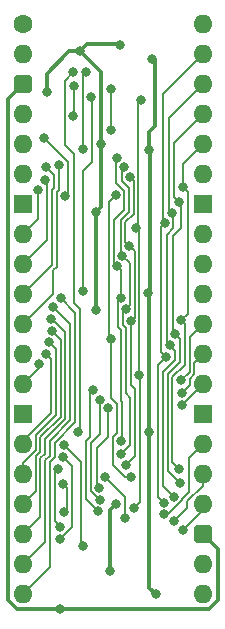
<source format=gbl>
%TF.GenerationSoftware,KiCad,Pcbnew,8.0.7*%
%TF.CreationDate,2025-01-06T11:35:33+02:00*%
%TF.ProjectId,Video Address Reader,56696465-6f20-4416-9464-726573732052,rev?*%
%TF.SameCoordinates,Original*%
%TF.FileFunction,Copper,L2,Bot*%
%TF.FilePolarity,Positive*%
%FSLAX46Y46*%
G04 Gerber Fmt 4.6, Leading zero omitted, Abs format (unit mm)*
G04 Created by KiCad (PCBNEW 8.0.7) date 2025-01-06 11:35:33*
%MOMM*%
%LPD*%
G01*
G04 APERTURE LIST*
G04 Aperture macros list*
%AMRoundRect*
0 Rectangle with rounded corners*
0 $1 Rounding radius*
0 $2 $3 $4 $5 $6 $7 $8 $9 X,Y pos of 4 corners*
0 Add a 4 corners polygon primitive as box body*
4,1,4,$2,$3,$4,$5,$6,$7,$8,$9,$2,$3,0*
0 Add four circle primitives for the rounded corners*
1,1,$1+$1,$2,$3*
1,1,$1+$1,$4,$5*
1,1,$1+$1,$6,$7*
1,1,$1+$1,$8,$9*
0 Add four rect primitives between the rounded corners*
20,1,$1+$1,$2,$3,$4,$5,0*
20,1,$1+$1,$4,$5,$6,$7,0*
20,1,$1+$1,$6,$7,$8,$9,0*
20,1,$1+$1,$8,$9,$2,$3,0*%
G04 Aperture macros list end*
%TA.AperFunction,ComponentPad*%
%ADD10C,1.600000*%
%TD*%
%TA.AperFunction,ComponentPad*%
%ADD11O,1.600000X1.600000*%
%TD*%
%TA.AperFunction,ComponentPad*%
%ADD12RoundRect,0.400000X-0.400000X-0.400000X0.400000X-0.400000X0.400000X0.400000X-0.400000X0.400000X0*%
%TD*%
%TA.AperFunction,ComponentPad*%
%ADD13R,1.600000X1.600000*%
%TD*%
%TA.AperFunction,ViaPad*%
%ADD14C,0.800000*%
%TD*%
%TA.AperFunction,Conductor*%
%ADD15C,0.380000*%
%TD*%
%TA.AperFunction,Conductor*%
%ADD16C,0.200000*%
%TD*%
G04 APERTURE END LIST*
D10*
%TO.P,J1,1,Pin_1*%
%TO.N,/Read Address Bank*%
X0Y0D03*
D11*
%TO.P,J1,2,Pin_2*%
%TO.N,/Read Address High*%
X0Y-2540000D03*
D12*
%TO.P,J1,3,Pin_3*%
%TO.N,/5V*%
X0Y-5080000D03*
D11*
%TO.P,J1,4,Pin_4*%
%TO.N,/Read Address Low*%
X0Y-7620000D03*
%TO.P,J1,5,Pin_5*%
%TO.N,/C20*%
X0Y-10160000D03*
%TO.P,J1,6,Pin_6*%
%TO.N,/Pixel CLK*%
X0Y-12700000D03*
D13*
%TO.P,J1,7,Pin_7*%
%TO.N,/GND*%
X0Y-15240000D03*
D11*
%TO.P,J1,8,Pin_8*%
%TO.N,/C19*%
X0Y-17780000D03*
%TO.P,J1,9,Pin_9*%
%TO.N,/C18*%
X0Y-20320000D03*
%TO.P,J1,10,Pin_10*%
%TO.N,/C17*%
X0Y-22860000D03*
%TO.P,J1,11,Pin_11*%
%TO.N,/C16*%
X0Y-25400000D03*
%TO.P,J1,12,Pin_12*%
%TO.N,/C15*%
X0Y-27940000D03*
%TO.P,J1,13,Pin_13*%
%TO.N,/C14*%
X0Y-30480000D03*
D13*
%TO.P,J1,14,Pin_14*%
%TO.N,/GND*%
X0Y-33020000D03*
D11*
%TO.P,J1,15,Pin_15*%
%TO.N,/C13*%
X0Y-35560000D03*
%TO.P,J1,16,Pin_16*%
%TO.N,/C12*%
X0Y-38100000D03*
%TO.P,J1,17,Pin_17*%
%TO.N,/C11*%
X0Y-40640000D03*
%TO.P,J1,18,Pin_18*%
%TO.N,/C10*%
X0Y-43180000D03*
%TO.P,J1,19,Pin_19*%
%TO.N,/C9*%
X0Y-45720000D03*
%TO.P,J1,20,Pin_20*%
%TO.N,/C8*%
X0Y-48260000D03*
%TO.P,J1,21,Pin_21*%
%TO.N,/C0*%
X15240000Y-48260000D03*
%TO.P,J1,22,Pin_22*%
%TO.N,/C1*%
X15240000Y-45720000D03*
D12*
%TO.P,J1,23,Pin_23*%
%TO.N,/5V*%
X15240000Y-43180000D03*
D11*
%TO.P,J1,24,Pin_24*%
%TO.N,/C2*%
X15240000Y-40640000D03*
%TO.P,J1,25,Pin_25*%
%TO.N,/C3*%
X15240000Y-38100000D03*
%TO.P,J1,26,Pin_26*%
%TO.N,/C4*%
X15240000Y-35560000D03*
D13*
%TO.P,J1,27,Pin_27*%
%TO.N,/GND*%
X15240000Y-33020000D03*
D11*
%TO.P,J1,28,Pin_28*%
%TO.N,/C5*%
X15240000Y-30480000D03*
%TO.P,J1,29,Pin_29*%
%TO.N,/C6*%
X15240000Y-27940000D03*
%TO.P,J1,30,Pin_30*%
%TO.N,/C7*%
X15240000Y-25400000D03*
%TO.P,J1,31,Pin_31*%
%TO.N,/D0*%
X15240000Y-22860000D03*
%TO.P,J1,32,Pin_32*%
%TO.N,/D1*%
X15240000Y-20320000D03*
%TO.P,J1,33,Pin_33*%
%TO.N,/D2*%
X15240000Y-17780000D03*
D13*
%TO.P,J1,34,Pin_34*%
%TO.N,/GND*%
X15240000Y-15240000D03*
D11*
%TO.P,J1,35,Pin_35*%
%TO.N,/D3*%
X15240000Y-12700000D03*
%TO.P,J1,36,Pin_36*%
%TO.N,/D4*%
X15240000Y-10160000D03*
%TO.P,J1,37,Pin_37*%
%TO.N,/D5*%
X15240000Y-7620000D03*
%TO.P,J1,38,Pin_38*%
%TO.N,/D6*%
X15240000Y-5080000D03*
%TO.P,J1,39,Pin_39*%
%TO.N,/D7*%
X15240000Y-2540000D03*
%TO.P,J1,40,Pin_40*%
%TO.N,unconnected-(J1-Pin_40-Pad40)*%
X15240000Y0D03*
%TD*%
D14*
%TO.N,/5V*%
X3129000Y-49530000D03*
%TO.N,/GND*%
X6223000Y-15875000D03*
X6223000Y-24180000D03*
X2032000Y-5715000D03*
X7874000Y-40640000D03*
X8255000Y-1778002D03*
X4826000Y-2286000D03*
X6604000Y-10159994D03*
X7366004Y-46253324D03*
%TO.N,/3.3V*%
X10685000Y-10667994D03*
X11257000Y-48268500D03*
X10685000Y-34544006D03*
X10586000Y-22733000D03*
X10967000Y-2921000D03*
%TO.N,/D0*%
X7996092Y-11290109D03*
X8362338Y-35302881D03*
X8343076Y-23180764D03*
X7995680Y-20490026D03*
%TO.N,/D1*%
X8355645Y-36370236D03*
X8778000Y-24080741D03*
X8607473Y-12081448D03*
X8431327Y-19587119D03*
%TO.N,/D2*%
X9096000Y-12954000D03*
X8763000Y-37338000D03*
X9041651Y-18794964D03*
X9178000Y-25134517D03*
%TO.N,/D3*%
X7896000Y-14417293D03*
X7493000Y-26670000D03*
X9211211Y-38337664D03*
%TO.N,/D4*%
X13228187Y-37638236D03*
X13404761Y-25066511D03*
X13557382Y-13803426D03*
%TO.N,/D5*%
X13270544Y-15057737D03*
X12889000Y-26225321D03*
X13335000Y-38862000D03*
%TO.N,/D6*%
X12671620Y-16016499D03*
X12827000Y-40005000D03*
X12446000Y-27178000D03*
%TO.N,/D7*%
X11953016Y-40490960D03*
X12177354Y-28177009D03*
X12048728Y-16798810D03*
%TO.N,/~{Read Address Low}*%
X4699000Y-34544000D03*
X4275502Y-4064000D03*
%TO.N,/Read Address Low*%
X4380058Y-5207000D03*
X4253000Y-7747000D03*
%TO.N,/Pixel CLK*%
X7445735Y-8921698D03*
X7493000Y-5461000D03*
%TO.N,/PCLK\u00B7RAL*%
X9455414Y-40942422D03*
X9588498Y-17208500D03*
X10047980Y-6394997D03*
X9878000Y-29718000D03*
%TO.N,/~{Read Address High}*%
X5797260Y-6114690D03*
X5080000Y-22606000D03*
%TO.N,/~{Read Address Bank}*%
X5334000Y-4064000D03*
X5080000Y-10541000D03*
%TO.N,/C0*%
X3507519Y-35616858D03*
X5080000Y-44172001D03*
%TO.N,/C1*%
X3175000Y-43561000D03*
X3400000Y-36610894D03*
%TO.N,/C2*%
X13589000Y-42799000D03*
X3018322Y-37638227D03*
X3175000Y-42545000D03*
%TO.N,/C3*%
X3420415Y-38942421D03*
X3471917Y-41316346D03*
X12833589Y-42043160D03*
%TO.N,/C4*%
X6957000Y-38309419D03*
X8636000Y-41824324D03*
X12000624Y-41489829D03*
%TO.N,/C5*%
X13462000Y-32258000D03*
X6486673Y-39233460D03*
X7244000Y-32512000D03*
%TO.N,/C6*%
X13454058Y-31258029D03*
X6516873Y-40253610D03*
X6533581Y-31808218D03*
%TO.N,/C7*%
X6402063Y-41247000D03*
X5996817Y-30964483D03*
X13440001Y-30158688D03*
%TO.N,/C8*%
X3208308Y-23176832D03*
%TO.N,/C9*%
X2600245Y-23972189D03*
%TO.N,/C10*%
X2422623Y-24956290D03*
%TO.N,/C11*%
X2473272Y-25955009D03*
%TO.N,/C12*%
X2233638Y-26925874D03*
%TO.N,/C13*%
X1966430Y-27889515D03*
%TO.N,/C14*%
X1411447Y-28721380D03*
%TO.N,/C16*%
X3048000Y-11938000D03*
%TO.N,/C17*%
X1997335Y-12111969D03*
%TO.N,/C18*%
X1890128Y-13206467D03*
%TO.N,/C19*%
X1294208Y-14009514D03*
%TO.N,/C20*%
X3575502Y-14568865D03*
X1778000Y-9652000D03*
%TD*%
D15*
%TO.N,/5V*%
X-508000Y-49530000D02*
X3129000Y-49530000D01*
X-1268626Y-48769374D02*
X-508000Y-49530000D01*
X-1270000Y-48769374D02*
X-1268626Y-48769374D01*
X-1270000Y-6350000D02*
X-1270000Y-48769374D01*
X0Y-5080000D02*
X-1270000Y-6350000D01*
X15763958Y-49530000D02*
X3129000Y-49530000D01*
X16510000Y-48783958D02*
X15763958Y-49530000D01*
X15240000Y-43180000D02*
X16510000Y-44450000D01*
X16510000Y-44450000D02*
X16510000Y-48783958D01*
D16*
%TO.N,/C5*%
X6257000Y-35907000D02*
X7244000Y-34920000D01*
X7244000Y-34920000D02*
X7244000Y-32512000D01*
X6257000Y-39003787D02*
X6257000Y-35907000D01*
X6486673Y-39233460D02*
X6257000Y-39003787D01*
%TO.N,/D3*%
X8702003Y-38337664D02*
X9211211Y-38337664D01*
X7644000Y-37279661D02*
X8702003Y-38337664D01*
X8001000Y-34601686D02*
X7644000Y-34958686D01*
X7493000Y-31649050D02*
X8001000Y-32157050D01*
X7493000Y-26670000D02*
X7493000Y-31649050D01*
X7644000Y-34958686D02*
X7644000Y-37279661D01*
X8001000Y-32157050D02*
X8001000Y-34601686D01*
%TO.N,/D0*%
X8418344Y-35246875D02*
X8362338Y-35302881D01*
X8418344Y-32008708D02*
X8418344Y-35246875D01*
X8344000Y-31934364D02*
X8418344Y-32008708D01*
X8343076Y-23180764D02*
X8078000Y-23445840D01*
X8344000Y-25856153D02*
X8344000Y-31934364D01*
X8078000Y-25590152D02*
X8344000Y-25856153D01*
X8078000Y-23445840D02*
X8078000Y-25590152D01*
%TO.N,/D1*%
X9132000Y-31611000D02*
X9132000Y-35593881D01*
X8478000Y-25424467D02*
X8778000Y-25724467D01*
X8478000Y-24380741D02*
X8478000Y-25424467D01*
X8778000Y-25724467D02*
X8778000Y-31257000D01*
%TO.N,/D2*%
X9532000Y-36569000D02*
X8763000Y-37338000D01*
X9178000Y-30513075D02*
X9532000Y-30867075D01*
X9532000Y-30867075D02*
X9532000Y-36569000D01*
X9178000Y-25134517D02*
X9178000Y-30513075D01*
%TO.N,/D1*%
X8778000Y-24080741D02*
X8478000Y-24380741D01*
X8778000Y-31257000D02*
X9132000Y-31611000D01*
X9132000Y-35593881D02*
X8355645Y-36370236D01*
%TO.N,/PCLK\u00B7RAL*%
X9932000Y-40465836D02*
X9932000Y-29772000D01*
X9455414Y-40942422D02*
X9932000Y-40465836D01*
X9932000Y-29772000D02*
X9878000Y-29718000D01*
%TO.N,/C2*%
X2700000Y-37956549D02*
X3018322Y-37638227D01*
X3175000Y-42545000D02*
X2700000Y-42070000D01*
X2700000Y-42070000D02*
X2700000Y-37956549D01*
%TO.N,/C8*%
X3208308Y-23204994D02*
X3208308Y-23176832D01*
X2700000Y-35434426D02*
X4426000Y-33708425D01*
X4426000Y-33708425D02*
X4426000Y-24422686D01*
X2700000Y-36678376D02*
X2700000Y-35434426D01*
X2300000Y-37078376D02*
X2700000Y-36678376D01*
X4426000Y-24422686D02*
X3208308Y-23204994D01*
X2300000Y-45960000D02*
X2300000Y-37078376D01*
X0Y-48260000D02*
X2300000Y-45960000D01*
D15*
%TO.N,/GND*%
X6604000Y-10159994D02*
X6604000Y-4064000D01*
X8255000Y-1778002D02*
X8127998Y-1651000D01*
X4826000Y-2286000D02*
X3937000Y-2286000D01*
X6223000Y-15875000D02*
X6223000Y-24180000D01*
X8127998Y-1651000D02*
X5461000Y-1651000D01*
X2032000Y-4191000D02*
X2032000Y-5715000D01*
X3683000Y-2540000D02*
X2032000Y-4191000D01*
X3937000Y-2286000D02*
X3683000Y-2540000D01*
X6223000Y-15875000D02*
X6604000Y-15494000D01*
X7365998Y-41148002D02*
X7365998Y-46253318D01*
X6604000Y-15494000D02*
X6604000Y-10159994D01*
X7874000Y-40640000D02*
X7365998Y-41148002D01*
X6604000Y-4064000D02*
X4826000Y-2286000D01*
X7365998Y-46253318D02*
X7366004Y-46253324D01*
X5461000Y-1651000D02*
X4826000Y-2286000D01*
%TO.N,/3.3V*%
X10685000Y-47521500D02*
X10685000Y-34544006D01*
X10795000Y-22524000D02*
X10795000Y-10777994D01*
X10685000Y-34544006D02*
X10685000Y-22832000D01*
X10685000Y-47696500D02*
X10685000Y-47521500D01*
X11176000Y-8636000D02*
X11176000Y-3130000D01*
X10586000Y-22733000D02*
X10795000Y-22524000D01*
X11176000Y-3130000D02*
X10967000Y-2921000D01*
X10685000Y-9127000D02*
X11176000Y-8636000D01*
X10685000Y-22832000D02*
X10586000Y-22733000D01*
X10795000Y-10777994D02*
X10685000Y-10667994D01*
X11257000Y-48268500D02*
X10685000Y-47696500D01*
X10685000Y-10667994D02*
X10685000Y-9127000D01*
D16*
%TO.N,/D0*%
X7907473Y-11378728D02*
X7907473Y-13400109D01*
X7907473Y-13400109D02*
X8596000Y-14088636D01*
X8596000Y-14088636D02*
X8596000Y-15698679D01*
X8343076Y-20837422D02*
X7995680Y-20490026D01*
X8596000Y-15698679D02*
X7731327Y-16563352D01*
X7731327Y-20225673D02*
X7995680Y-20490026D01*
X7996092Y-11290109D02*
X7907473Y-11378728D01*
X7731327Y-16563352D02*
X7731327Y-20225673D01*
X8343076Y-23180764D02*
X8343076Y-20837422D01*
%TO.N,/D1*%
X8778000Y-24080741D02*
X9078000Y-23780741D01*
X8396000Y-13243950D02*
X8996000Y-13843950D01*
X8996000Y-15864365D02*
X8298000Y-16562365D01*
X8396000Y-12292921D02*
X8396000Y-13243950D01*
X9078000Y-23780741D02*
X9078000Y-20233792D01*
X8996000Y-13843950D02*
X8996000Y-15864365D01*
X9078000Y-20233792D02*
X8431327Y-19587119D01*
X8298000Y-16562365D02*
X8298000Y-19453792D01*
X8298000Y-19453792D02*
X8431327Y-19587119D01*
X8607473Y-12081448D02*
X8396000Y-12292921D01*
%TO.N,/D2*%
X9396000Y-13254000D02*
X9396000Y-16030050D01*
X9396000Y-16030050D02*
X8698000Y-16728050D01*
X9478000Y-19231313D02*
X9041651Y-18794964D01*
X9178000Y-25134517D02*
X9478000Y-24834517D01*
X8698000Y-18451313D02*
X9041651Y-18794964D01*
X8698000Y-16728050D02*
X8698000Y-18451313D01*
X9096000Y-12954000D02*
X9396000Y-13254000D01*
X9478000Y-24834517D02*
X9478000Y-19231313D01*
%TO.N,/D3*%
X7282000Y-26459000D02*
X7282000Y-15031293D01*
X7282000Y-15031293D02*
X7896000Y-14417293D01*
X7493000Y-26670000D02*
X7282000Y-26459000D01*
%TO.N,/D4*%
X13970544Y-14216588D02*
X13970544Y-24500728D01*
X13740000Y-28805000D02*
X12674155Y-29870845D01*
X15240000Y-10160000D02*
X13557382Y-11842618D01*
X13404761Y-25066511D02*
X13740000Y-25401750D01*
X13740000Y-25401750D02*
X13740000Y-28805000D01*
X12674155Y-37084204D02*
X13228187Y-37638236D01*
X13557382Y-11842618D02*
X13557382Y-13803426D01*
X12674155Y-29870845D02*
X12674155Y-37084204D01*
X13970544Y-24500728D02*
X13404761Y-25066511D01*
X13557382Y-13803426D02*
X13970544Y-14216588D01*
%TO.N,/D5*%
X15240000Y-7620000D02*
X12810000Y-10050000D01*
X13371620Y-17235380D02*
X12695546Y-17911454D01*
X13320771Y-28589229D02*
X12274155Y-29635845D01*
X13320771Y-26657092D02*
X13320771Y-28589229D01*
X12695546Y-26031867D02*
X12889000Y-26225321D01*
X12274155Y-37801155D02*
X13335000Y-38862000D01*
X13270544Y-15057737D02*
X13371620Y-15158813D01*
X12810000Y-10050000D02*
X12810000Y-14597193D01*
X12274155Y-29635845D02*
X12274155Y-37801155D01*
X12695546Y-17911454D02*
X12695546Y-26031867D01*
X13371620Y-15158813D02*
X13371620Y-17235380D01*
X12889000Y-26225321D02*
X13320771Y-26657092D01*
X12810000Y-14597193D02*
X13270544Y-15057737D01*
%TO.N,/D6*%
X12920771Y-28423543D02*
X11874156Y-29470158D01*
X12189000Y-26921000D02*
X12446000Y-27178000D01*
X12671620Y-16016499D02*
X12765006Y-16109885D01*
X12920771Y-27652771D02*
X12920771Y-28423543D01*
X12356000Y-15700879D02*
X12671620Y-16016499D01*
X12189000Y-17852314D02*
X12189000Y-26921000D01*
X12446000Y-27178000D02*
X12920771Y-27652771D01*
X12765006Y-17276308D02*
X12189000Y-17852314D01*
X11874156Y-29470158D02*
X11874156Y-39052156D01*
X12356000Y-7964000D02*
X12356000Y-15700879D01*
X12765006Y-16109885D02*
X12765006Y-17276308D01*
X11874156Y-39052156D02*
X12827000Y-40005000D01*
X15240000Y-5080000D02*
X12356000Y-7964000D01*
%TO.N,/D7*%
X11906000Y-5874000D02*
X11906000Y-16656082D01*
X11746000Y-17101538D02*
X11746000Y-27745655D01*
X12048728Y-16798810D02*
X11746000Y-17101538D01*
X11474157Y-28880206D02*
X11474157Y-40012101D01*
X11746000Y-27745655D02*
X12177354Y-28177009D01*
X11474157Y-40012101D02*
X11953016Y-40490960D01*
X11906000Y-16656082D02*
X12048728Y-16798810D01*
X15240000Y-2540000D02*
X11906000Y-5874000D01*
X12177354Y-28177009D02*
X11474157Y-28880206D01*
%TO.N,/~{Read Address Low}*%
X3553000Y-10199498D02*
X4318000Y-10964498D01*
X4826000Y-24130000D02*
X4826000Y-34417000D01*
X4275502Y-4064000D02*
X3553000Y-4786502D01*
X3553000Y-4786502D02*
X3553000Y-10199498D01*
X4826000Y-34417000D02*
X4699000Y-34544000D01*
X4318000Y-10964498D02*
X4318000Y-23622000D01*
X4318000Y-23622000D02*
X4826000Y-24130000D01*
%TO.N,/Read Address Low*%
X4380058Y-7619942D02*
X4380058Y-5207000D01*
X4253000Y-7747000D02*
X4380058Y-7619942D01*
%TO.N,/Pixel CLK*%
X7493000Y-5461000D02*
X7493000Y-8874433D01*
X7493000Y-8874433D02*
X7445735Y-8921698D01*
%TO.N,/PCLK\u00B7RAL*%
X9796000Y-6646977D02*
X9796000Y-17000998D01*
X9878000Y-17498002D02*
X9878000Y-29718000D01*
X10047980Y-6394997D02*
X9796000Y-6646977D01*
X9796000Y-17000998D02*
X9588498Y-17208500D01*
X9588498Y-17208500D02*
X9878000Y-17498002D01*
%TO.N,/~{Read Address High}*%
X5080000Y-12446000D02*
X5842000Y-11684000D01*
X5842000Y-6159430D02*
X5797260Y-6114690D01*
X5842000Y-11684000D02*
X5842000Y-6159430D01*
X5080000Y-22606000D02*
X5080000Y-12446000D01*
%TO.N,/~{Read Address Bank}*%
X5080000Y-4318000D02*
X5080000Y-10541000D01*
X5334000Y-4064000D02*
X5080000Y-4318000D01*
%TO.N,/C0*%
X3507519Y-35616858D02*
X4977001Y-37086340D01*
X4977001Y-44069002D02*
X5080000Y-44172001D01*
X4977001Y-37086340D02*
X4977001Y-44069002D01*
%TO.N,/C1*%
X4172000Y-37382894D02*
X3400000Y-36610894D01*
X3175000Y-43561000D02*
X4172000Y-42564000D01*
X4172000Y-42564000D02*
X4172000Y-37382894D01*
%TO.N,/C2*%
X15240000Y-41148000D02*
X13589000Y-42799000D01*
%TO.N,/C3*%
X3471917Y-41316346D02*
X3745000Y-41043263D01*
X13927000Y-40949749D02*
X12833589Y-42043160D01*
X3745000Y-41043263D02*
X3745000Y-39267006D01*
X15240000Y-38100000D02*
X15240000Y-39084365D01*
X13927000Y-40397365D02*
X13927000Y-40949749D01*
X15240000Y-39084365D02*
X13927000Y-40397365D01*
X3745000Y-39267006D02*
X3420415Y-38942421D01*
%TO.N,/C4*%
X13527000Y-40194000D02*
X13527000Y-40294950D01*
X12332121Y-41489829D02*
X12000624Y-41489829D01*
X14097000Y-36703000D02*
X14097000Y-39624000D01*
X15240000Y-35560000D02*
X14097000Y-36703000D01*
X14097000Y-39624000D02*
X13527000Y-40194000D01*
X8636000Y-39988419D02*
X6957000Y-38309419D01*
X13527000Y-40294950D02*
X12332121Y-41489829D01*
X8636000Y-41824324D02*
X8636000Y-39988419D01*
%TO.N,/C5*%
X14790984Y-30929016D02*
X13462000Y-32258000D01*
%TO.N,/C6*%
X15240000Y-27940000D02*
X14540000Y-28640000D01*
X5777000Y-35412293D02*
X6533581Y-34655712D01*
X6533581Y-34655712D02*
X6533581Y-31808218D01*
X5777000Y-39513737D02*
X5777000Y-35412293D01*
X14540000Y-28640000D02*
X14540000Y-29624365D01*
X6516873Y-40253610D02*
X5777000Y-39513737D01*
X14140000Y-30572087D02*
X13454058Y-31258029D01*
X14140000Y-30024365D02*
X14140000Y-30572087D01*
X14540000Y-29624365D02*
X14140000Y-30024365D01*
%TO.N,/C7*%
X6402063Y-41247000D02*
X5377000Y-40221937D01*
X5715000Y-31246300D02*
X5996817Y-30964483D01*
X5715000Y-34908608D02*
X5715000Y-31246300D01*
X14140000Y-26500000D02*
X14140000Y-29458689D01*
X5377000Y-35246608D02*
X5715000Y-34908608D01*
X15240000Y-25400000D02*
X14140000Y-26500000D01*
X5377000Y-40221937D02*
X5377000Y-35246608D01*
X14140000Y-29458689D02*
X13440001Y-30158688D01*
%TO.N,/C9*%
X4026000Y-25397944D02*
X2600245Y-23972189D01*
X4026000Y-33542740D02*
X4026000Y-25397944D01*
X1900000Y-43820000D02*
X1900000Y-36912691D01*
X1900000Y-36912691D02*
X2300000Y-36512690D01*
X2300000Y-36512690D02*
X2300000Y-35268740D01*
X2300000Y-35268740D02*
X4026000Y-33542740D01*
X0Y-45720000D02*
X1900000Y-43820000D01*
%TO.N,/C10*%
X2527857Y-24956290D02*
X2422623Y-24956290D01*
X1900000Y-35103054D02*
X3626000Y-33377051D01*
X1900000Y-36347005D02*
X1900000Y-35103054D01*
X1500000Y-36747006D02*
X1900000Y-36347005D01*
X3626000Y-33377051D02*
X3626000Y-26054433D01*
X3626000Y-26054433D02*
X2527857Y-24956290D01*
X0Y-43180000D02*
X1500000Y-41680000D01*
X1500000Y-41680000D02*
X1500000Y-36747006D01*
%TO.N,/C11*%
X1500000Y-36181320D02*
X1500000Y-34937368D01*
X3226000Y-33211363D02*
X3226000Y-26707737D01*
X1500000Y-34937368D02*
X3226000Y-33211363D01*
X1100000Y-36581321D02*
X1500000Y-36181320D01*
X0Y-40640000D02*
X1100000Y-39540000D01*
X3226000Y-26707737D02*
X2473272Y-25955009D01*
X1100000Y-39540000D02*
X1100000Y-36581321D01*
%TO.N,/C12*%
X1100000Y-34771682D02*
X2826000Y-33045678D01*
X0Y-37115635D02*
X1100000Y-36015635D01*
X2826000Y-27518236D02*
X2233638Y-26925874D01*
X1100000Y-36015635D02*
X1100000Y-34771682D01*
X2826000Y-33045678D02*
X2826000Y-27518236D01*
X0Y-38100000D02*
X0Y-37115635D01*
%TO.N,/C13*%
X2426000Y-28349085D02*
X1966430Y-27889515D01*
X0Y-35306000D02*
X2426000Y-32880000D01*
X2426000Y-32880000D02*
X2426000Y-28349085D01*
%TO.N,/C14*%
X0Y-30480000D02*
X1411447Y-29068553D01*
X1411447Y-29068553D02*
X1411447Y-28721380D01*
%TO.N,/C16*%
X2602000Y-20823686D02*
X2875502Y-20550184D01*
X2602000Y-22798000D02*
X2602000Y-20823686D01*
X0Y-25400000D02*
X2602000Y-22798000D01*
X3048000Y-14027685D02*
X3048000Y-11938000D01*
X2875502Y-20550184D02*
X2875502Y-14200183D01*
X2875502Y-14200183D02*
X3048000Y-14027685D01*
%TO.N,/C17*%
X2475502Y-20384498D02*
X2475502Y-14034497D01*
X2648000Y-13861999D02*
X2648000Y-12762634D01*
X0Y-22860000D02*
X2475502Y-20384498D01*
X2648000Y-12762634D02*
X1997335Y-12111969D01*
X2475502Y-14034497D02*
X2648000Y-13861999D01*
%TO.N,/C18*%
X2075504Y-18244496D02*
X2075504Y-13391843D01*
X2075504Y-13391843D02*
X1890128Y-13206467D01*
X0Y-20320000D02*
X2075504Y-18244496D01*
%TO.N,/C19*%
X0Y-17780000D02*
X1294208Y-16485792D01*
X1294208Y-16485792D02*
X1294208Y-14009514D01*
%TO.N,/C20*%
X1778000Y-9652000D02*
X3810000Y-11684000D01*
X3810000Y-14334367D02*
X3575502Y-14568865D01*
X3810000Y-11684000D02*
X3810000Y-14334367D01*
%TD*%
M02*

</source>
